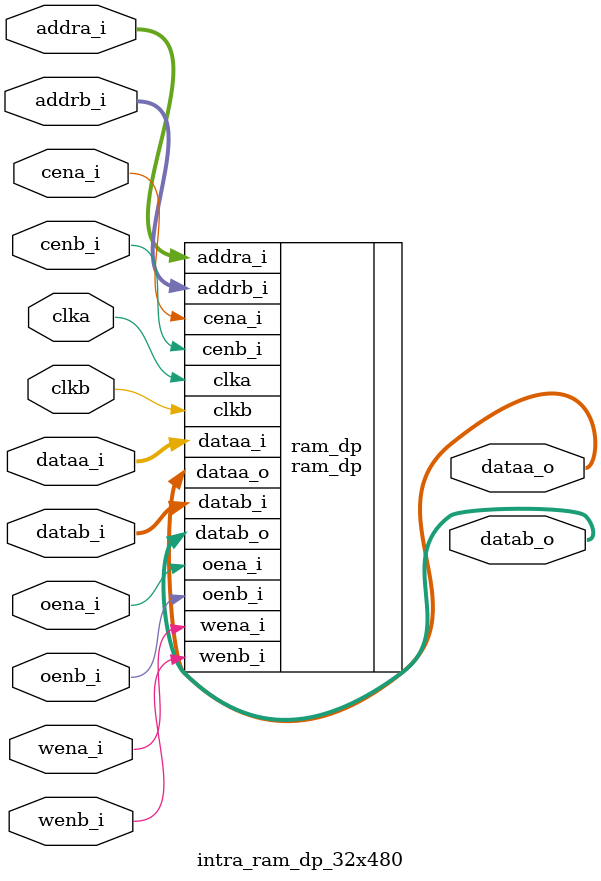
<source format=v>

`include "enc_defines.v"

module intra_ram_dp_32x480 (
  clka    ,
  cena_i  ,
  oena_i  ,
  wena_i  ,
  addra_i ,
  dataa_o ,
  dataa_i ,
  clkb    ,
  cenb_i  ,
  oenb_i  ,
  wenb_i  ,
  addrb_i ,
  datab_o ,
  datab_i
);


//*** PARAMETER DECLARATION ****************************************************

  localparam Word_Width = 32 ;
  localparam Addr_Width = 9  ;


//*** INPUT/OUTPUT DECLARATION *************************************************
  // A port
  input                       clka    ;
  input                       cena_i  ;
  input                       oena_i  ;
  input                       wena_i  ;
  input  [Addr_Width-1 :0]    addra_i ;
  input  [Word_Width-1 :0]    dataa_i ;
  output [Word_Width-1 :0]    dataa_o ;

  // B Port
  input                       clkb    ;
  input                       cenb_i  ;
  input                       oenb_i  ;
  input                       wenb_i  ;
  input  [Addr_Width-1 :0]    addrb_i ;
  input  [Word_Width-1 :0]    datab_i ;
  output [Word_Width-1 :0]    datab_o ;


//*** MAIN BODY ****************************************************************

  ram_dp #(
    .Addr_Width    ( Addr_Width    ),
    .Word_Width    ( Word_Width    )
  ) ram_dp (
    .clka          ( clka          ),
    .cena_i        ( cena_i        ),
    .oena_i        ( oena_i        ),
    .wena_i        ( wena_i        ),
    .addra_i       ( addra_i       ),
    .dataa_o       ( dataa_o       ),
    .dataa_i       ( dataa_i       ),
    .clkb          ( clkb          ),
    .cenb_i        ( cenb_i        ),
    .oenb_i        ( oenb_i        ),
    .wenb_i        ( wenb_i        ),
    .addrb_i       ( addrb_i       ),
    .datab_o       ( datab_o       ),
    .datab_i       ( datab_i       )
    );

endmodule
</source>
